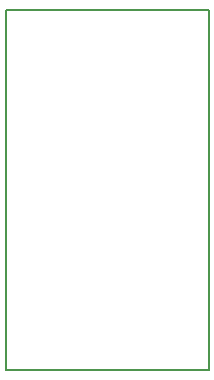
<source format=gm1>
G04 #@! TF.FileFunction,Profile,NP*
%FSLAX46Y46*%
G04 Gerber Fmt 4.6, Leading zero omitted, Abs format (unit mm)*
G04 Created by KiCad (PCBNEW 4.0.4-stable) date 06/03/17 17:55:28*
%MOMM*%
%LPD*%
G01*
G04 APERTURE LIST*
%ADD10C,0.100000*%
%ADD11C,0.150000*%
G04 APERTURE END LIST*
D10*
D11*
X0Y0D02*
X635000Y0D01*
X0Y30480000D02*
X0Y0D01*
X17145000Y30480000D02*
X0Y30480000D01*
X17145000Y0D02*
X17145000Y30480000D01*
X635000Y0D02*
X17145000Y0D01*
M02*

</source>
